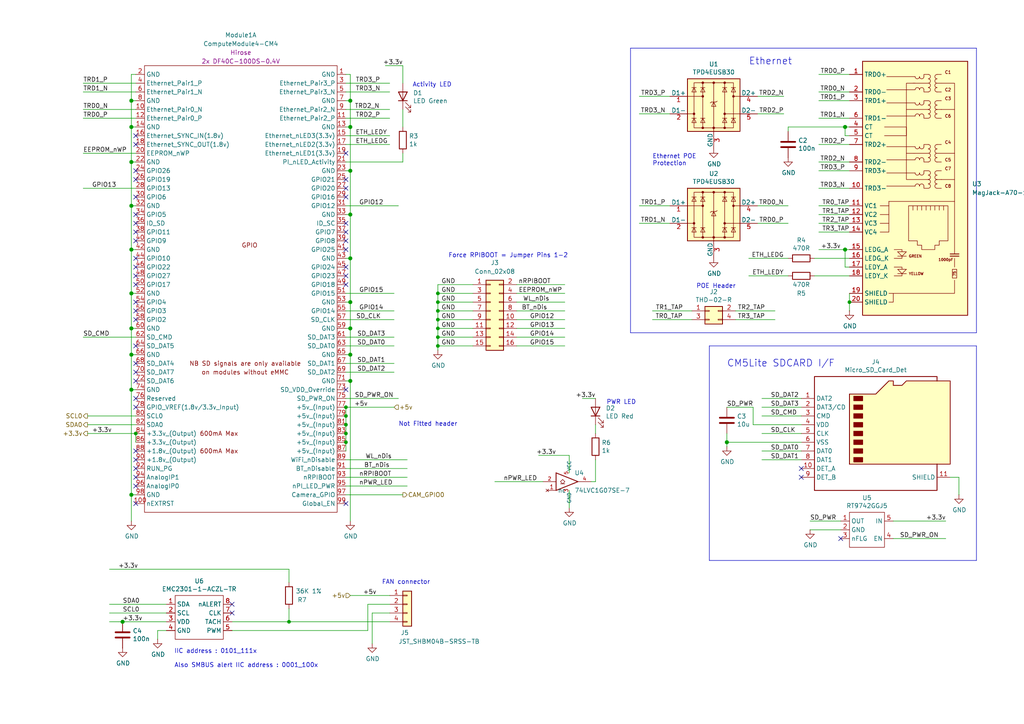
<source format=kicad_sch>
(kicad_sch (version 20231120) (generator "eeschema") (generator_version "8.0")
  (paper "A4")
  (title_block (title "BLADE CM4 CARRIER BOARD") (date "2025-01-20") (rev "0.2") (company "RapidAnalysis") (comment 1 "Author: Asad Imran"))
  (junction (at 101.6 36.83) (diameter 1.016))
  (junction (at 245.11 72.39) (diameter 1.016))
  (junction (at 101.6 29.21) (diameter 1.016))
  (junction (at 101.6 102.87) (diameter 1.016))
  (junction (at 38.1 113.03) (diameter 1.016))
  (junction (at 100.33 118.11))
  (junction (at 100.33 120.65))
  (junction (at 100.33 128.27))
  (junction (at 38.1 46.99) (diameter 1.016))
  (junction (at 38.1 72.39) (diameter 1.016))
  (junction (at 35.56 180.34) (diameter 1.016))
  (junction (at 100.33 125.73))
  (junction (at 38.1 143.51) (diameter 1.016))
  (junction (at 38.1 59.69) (diameter 1.016))
  (junction (at 101.6 62.23) (diameter 1.016))
  (junction (at 38.1 95.25) (diameter 1.016))
  (junction (at 39.37 125.73))
  (junction (at 101.6 95.25) (diameter 1.016))
  (junction (at 210.82 128.27) (diameter 1.016))
  (junction (at 246.38 87.63))
  (junction (at 101.6 87.63) (diameter 1.016))
  (junction (at 38.1 85.09) (diameter 1.016))
  (junction (at 38.1 36.83) (diameter 1.016))
  (junction (at 127 85.09))
  (junction (at 38.1 102.87) (diameter 1.016))
  (junction (at 38.1 29.21) (diameter 1.016))
  (junction (at 83.82 180.34))
  (junction (at 127 87.63))
  (junction (at 127 90.17))
  (junction (at 245.11 36.83) (diameter 1.016))
  (junction (at 127 97.79))
  (junction (at 101.6 110.49) (diameter 1.016))
  (junction (at 101.6 49.53) (diameter 1.016))
  (junction (at 127 95.25))
  (junction (at 127 92.71))
  (junction (at 101.6 74.93) (diameter 1.016))
  (junction (at 127 100.33))
  (junction (at 100.33 123.19))
  (no_connect (at 39.37 115.57))
  (no_connect (at 100.33 44.45))
  (no_connect (at 100.33 67.31))
  (no_connect (at 39.37 146.05))
  (no_connect (at 100.33 82.55))
  (no_connect (at 39.37 107.95))
  (no_connect (at 39.37 49.53))
  (no_connect (at 100.33 113.03))
  (no_connect (at 39.37 67.31))
  (no_connect (at 39.37 62.23))
  (no_connect (at 39.37 130.81))
  (no_connect (at 100.33 69.85))
  (no_connect (at 39.37 100.33))
  (no_connect (at 243.84 156.21))
  (no_connect (at 100.33 64.77))
  (no_connect (at 39.37 80.01))
  (no_connect (at 100.33 57.15))
  (no_connect (at 67.31 177.8))
  (no_connect (at 39.37 105.41))
  (no_connect (at 232.41 138.43))
  (no_connect (at 39.37 140.97))
  (no_connect (at 39.37 52.07))
  (no_connect (at 39.37 92.71))
  (no_connect (at 39.37 90.17))
  (no_connect (at 39.37 39.37))
  (no_connect (at 39.37 77.47))
  (no_connect (at 39.37 64.77))
  (no_connect (at 39.37 133.35))
  (no_connect (at 67.31 175.26))
  (no_connect (at 39.37 135.89))
  (no_connect (at 39.37 69.85))
  (no_connect (at 232.41 135.89))
  (no_connect (at 39.37 41.91))
  (no_connect (at 100.33 54.61))
  (no_connect (at 100.33 72.39))
  (no_connect (at 39.37 74.93))
  (no_connect (at 39.37 82.55))
  (no_connect (at 39.37 110.49))
  (no_connect (at 100.33 77.47))
  (no_connect (at 39.37 138.43))
  (no_connect (at 39.37 87.63))
  (no_connect (at 100.33 80.01))
  (no_connect (at 39.37 118.11))
  (no_connect (at 100.33 146.05))
  (no_connect (at 39.37 57.15))
  (no_connect (at 100.33 52.07))
  (wire (pts (xy 275.59 138.43) (xy 278.13 138.43)))
  (wire (pts (xy 101.6 110.49) (xy 101.6 151.13)))
  (wire (pts (xy 100.33 120.65) (xy 100.33 123.19)))
  (wire (pts (xy 114.3 105.41) (xy 100.33 105.41)))
  (wire (pts (xy 100.33 135.89) (xy 118.11 135.89)))
  (wire (pts (xy 149.86 87.63) (xy 163.83 87.63)))
  (wire (pts (xy 127 87.63) (xy 137.16 87.63)))
  (wire (pts (xy 100.33 102.87) (xy 101.6 102.87)))
  (wire (pts (xy 237.49 41.91) (xy 246.38 41.91)))
  (wire (pts (xy 24.13 44.45) (xy 39.37 44.45)))
  (wire (pts (xy 100.33 95.25) (xy 101.6 95.25)))
  (wire (pts (xy 101.6 102.87) (xy 101.6 110.49)))
  (wire (pts (xy 217.17 74.93) (xy 228.6 74.93)))
  (wire (pts (xy 39.37 128.27) (xy 39.37 125.73)))
  (wire (pts (xy 127 85.09) (xy 137.16 85.09)))
  (wire (pts (xy 100.33 118.11) (xy 114.3 118.11)))
  (wire (pts (xy 101.6 36.83) (xy 101.6 49.53)))
  (wire (pts (xy 149.86 85.09) (xy 163.83 85.09)))
  (wire (pts (xy 24.13 31.75) (xy 39.37 31.75)))
  (wire (pts (xy 100.33 29.21) (xy 101.6 29.21)))
  (wire (pts (xy 220.98 120.65) (xy 232.41 120.65)))
  (wire (pts (xy 127 82.55) (xy 137.16 82.55)))
  (wire (pts (xy 127 97.79) (xy 137.16 97.79)))
  (wire (pts (xy 149.86 97.79) (xy 163.83 97.79)))
  (wire (pts (xy 67.31 180.34) (xy 83.82 180.34)))
  (wire (pts (xy 100.33 34.29) (xy 113.03 34.29)))
  (wire (pts (xy 39.37 36.83) (xy 38.1 36.83)))
  (wire (pts (xy 100.33 31.75) (xy 113.03 31.75)))
  (wire (pts (xy 237.49 59.69) (xy 246.38 59.69)))
  (wire (pts (xy 100.33 125.73) (xy 100.33 128.27)))
  (wire (pts (xy 100.33 87.63) (xy 101.6 87.63)))
  (wire (pts (xy 39.37 21.59) (xy 38.1 21.59)))
  (wire (pts (xy 101.6 21.59) (xy 101.6 29.21)))
  (wire (pts (xy 236.22 80.01) (xy 246.38 80.01)))
  (wire (pts (xy 101.6 29.21) (xy 101.6 36.83)))
  (wire (pts (xy 38.1 143.51) (xy 38.1 151.13)))
  (wire (pts (xy 219.71 33.02) (xy 227.33 33.02)))
  (wire (pts (xy 107.95 177.8) (xy 113.03 177.8)))
  (wire (pts (xy 165.1 142.24) (xy 165.1 147.32)))
  (wire (pts (xy 83.82 180.34) (xy 113.03 180.34)))
  (wire (pts (xy 165.1 137.16) (xy 165.1 132.08)))
  (wire (pts (xy 100.33 143.51) (xy 116.84 143.51)))
  (wire (pts (xy 101.6 95.25) (xy 101.6 102.87)))
  (wire (pts (xy 38.1 72.39) (xy 38.1 85.09)))
  (wire (pts (xy 213.36 92.71) (xy 224.79 92.71)))
  (wire (pts (xy 210.82 128.27) (xy 232.41 128.27)))
  (wire (pts (xy 101.6 49.53) (xy 101.6 62.23)))
  (polyline (pts (xy 182.88 13.97) (xy 283.21 13.97)) (stroke (width 0) (type solid)))
  (wire (pts (xy 100.33 140.97) (xy 118.11 140.97)))
  (wire (pts (xy 39.37 29.21) (xy 38.1 29.21)))
  (wire (pts (xy 127 92.71) (xy 137.16 92.71)))
  (wire (pts (xy 213.36 90.17) (xy 224.79 90.17)))
  (wire (pts (xy 189.23 90.17) (xy 200.66 90.17)))
  (wire (pts (xy 100.33 118.11) (xy 100.33 120.65)))
  (wire (pts (xy 100.33 90.17) (xy 114.3 90.17)))
  (wire (pts (xy 149.86 82.55) (xy 163.83 82.55)))
  (wire (pts (xy 243.84 153.67) (xy 234.95 153.67)))
  (wire (pts (xy 246.38 36.83) (xy 245.11 36.83)))
  (wire (pts (xy 194.31 64.77) (xy 185.42 64.77)))
  (wire (pts (xy 100.33 41.91) (xy 113.03 41.91)))
  (wire (pts (xy 127 90.17) (xy 127 92.71)))
  (wire (pts (xy 100.33 115.57) (xy 115.57 115.57)))
  (wire (pts (xy 246.38 87.63) (xy 246.38 90.17)))
  (wire (pts (xy 24.13 26.67) (xy 39.37 26.67)))
  (wire (pts (xy 217.17 80.01) (xy 228.6 80.01)))
  (wire (pts (xy 243.84 151.13) (xy 234.95 151.13)))
  (wire (pts (xy 246.38 85.09) (xy 246.38 87.63)))
  (wire (pts (xy 237.49 26.67) (xy 246.38 26.67)))
  (wire (pts (xy 100.33 74.93) (xy 101.6 74.93)))
  (wire (pts (xy 100.33 39.37) (xy 113.03 39.37)))
  (wire (pts (xy 48.26 175.26) (xy 31.75 175.26)))
  (wire (pts (xy 210.82 125.73) (xy 210.82 128.27)))
  (wire (pts (xy 127 100.33) (xy 137.16 100.33)))
  (polyline (pts (xy 283.21 162.56) (xy 205.74 162.56)) (stroke (width 0) (type solid)))
  (wire (pts (xy 48.26 177.8) (xy 31.75 177.8)))
  (wire (pts (xy 100.33 138.43) (xy 118.11 138.43)))
  (wire (pts (xy 38.1 95.25) (xy 39.37 95.25)))
  (wire (pts (xy 218.44 123.19) (xy 218.44 118.11)))
  (wire (pts (xy 38.1 102.87) (xy 38.1 113.03)))
  (wire (pts (xy 38.1 85.09) (xy 38.1 95.25)))
  (wire (pts (xy 116.84 19.05) (xy 116.84 24.13)))
  (wire (pts (xy 100.33 128.27) (xy 100.33 130.81)))
  (wire (pts (xy 35.56 180.34) (xy 31.75 180.34)))
  (wire (pts (xy 48.26 180.34) (xy 35.56 180.34)))
  (wire (pts (xy 237.49 64.77) (xy 246.38 64.77)))
  (wire (pts (xy 116.84 31.75) (xy 116.84 36.83)))
  (wire (pts (xy 236.22 74.93) (xy 246.38 74.93)))
  (wire (pts (xy 237.49 29.21) (xy 246.38 29.21)))
  (wire (pts (xy 149.86 100.33) (xy 163.83 100.33)))
  (wire (pts (xy 278.13 138.43) (xy 278.13 143.51)))
  (wire (pts (xy 38.1 59.69) (xy 38.1 72.39)))
  (wire (pts (xy 127 90.17) (xy 137.16 90.17)))
  (wire (pts (xy 38.1 113.03) (xy 39.37 113.03)))
  (wire (pts (xy 38.1 72.39) (xy 39.37 72.39)))
  (wire (pts (xy 45.72 182.88) (xy 45.72 185.42)))
  (wire (pts (xy 24.13 97.79) (xy 39.37 97.79)))
  (wire (pts (xy 237.49 49.53) (xy 246.38 49.53)))
  (wire (pts (xy 24.13 24.13) (xy 39.37 24.13)))
  (polyline (pts (xy 283.21 100.33) (xy 283.21 162.56)) (stroke (width 0) (type solid)))
  (wire (pts (xy 100.33 62.23) (xy 101.6 62.23)))
  (wire (pts (xy 100.33 24.13) (xy 113.03 24.13)))
  (wire (pts (xy 100.33 36.83) (xy 101.6 36.83)))
  (wire (pts (xy 149.86 95.25) (xy 163.83 95.25)))
  (wire (pts (xy 38.1 95.25) (xy 38.1 102.87)))
  (wire (pts (xy 172.72 133.35) (xy 172.72 139.7)))
  (wire (pts (xy 39.37 143.51) (xy 38.1 143.51)))
  (wire (pts (xy 185.42 59.69) (xy 194.31 59.69)))
  (wire (pts (xy 245.11 39.37) (xy 245.11 36.83)))
  (wire (pts (xy 220.98 130.81) (xy 232.41 130.81)))
  (wire (pts (xy 25.4 123.19) (xy 39.37 123.19)))
  (wire (pts (xy 38.1 113.03) (xy 38.1 143.51)))
  (wire (pts (xy 165.1 132.08) (xy 156.21 132.08)))
  (wire (pts (xy 100.33 100.33) (xy 114.3 100.33)))
  (wire (pts (xy 237.49 72.39) (xy 245.11 72.39)))
  (wire (pts (xy 172.72 123.19) (xy 172.72 125.73)))
  (wire (pts (xy 228.6 36.83) (xy 245.11 36.83)))
  (wire (pts (xy 220.98 115.57) (xy 232.41 115.57)))
  (wire (pts (xy 259.08 151.13) (xy 274.32 151.13)))
  (wire (pts (xy 101.6 87.63) (xy 101.6 95.25)))
  (wire (pts (xy 67.31 182.88) (xy 106.68 182.88)))
  (wire (pts (xy 245.11 77.47) (xy 245.11 72.39)))
  (wire (pts (xy 237.49 21.59) (xy 246.38 21.59)))
  (wire (pts (xy 116.84 46.99) (xy 116.84 44.45)))
  (wire (pts (xy 100.33 133.35) (xy 118.11 133.35)))
  (wire (pts (xy 127 87.63) (xy 127 90.17)))
  (polyline (pts (xy 283.21 96.52) (xy 182.88 96.52)) (stroke (width 0) (type solid)))
  (wire (pts (xy 219.71 27.94) (xy 227.33 27.94)))
  (wire (pts (xy 127 92.71) (xy 127 95.25)))
  (polyline (pts (xy 182.88 96.52) (xy 182.88 13.97)) (stroke (width 0) (type solid)))
  (wire (pts (xy 100.33 107.95) (xy 114.3 107.95)))
  (polyline (pts (xy 205.74 162.56) (xy 205.74 100.33)) (stroke (width 0) (type solid)))
  (wire (pts (xy 48.26 182.88) (xy 45.72 182.88)))
  (wire (pts (xy 127 100.33) (xy 127 101.6)))
  (wire (pts (xy 24.13 34.29) (xy 39.37 34.29)))
  (wire (pts (xy 185.42 27.94) (xy 194.31 27.94)))
  (wire (pts (xy 25.4 125.73) (xy 39.37 125.73)))
  (wire (pts (xy 245.11 72.39) (xy 246.38 72.39)))
  (wire (pts (xy 114.3 97.79) (xy 100.33 97.79)))
  (polyline (pts (xy 205.74 100.33) (xy 283.21 100.33)) (stroke (width 0) (type solid)))
  (polyline (pts (xy 283.21 13.97) (xy 283.21 96.52)) (stroke (width 0) (type solid)))
  (wire (pts (xy 127 95.25) (xy 137.16 95.25)))
  (wire (pts (xy 172.72 139.7) (xy 171.45 139.7)))
  (wire (pts (xy 25.4 120.65) (xy 39.37 120.65)))
  (wire (pts (xy 38.1 36.83) (xy 38.1 46.99)))
  (wire (pts (xy 100.33 46.99) (xy 116.84 46.99)))
  (wire (pts (xy 185.42 33.02) (xy 194.31 33.02)))
  (wire (pts (xy 237.49 67.31) (xy 246.38 67.31)))
  (wire (pts (xy 24.13 54.61) (xy 39.37 54.61)))
  (wire (pts (xy 219.71 59.69) (xy 228.6 59.69)))
  (wire (pts (xy 172.72 115.57) (xy 168.91 115.57)))
  (wire (pts (xy 127 97.79) (xy 127 100.33)))
  (wire (pts (xy 38.1 29.21) (xy 38.1 36.83)))
  (wire (pts (xy 100.33 21.59) (xy 101.6 21.59)))
  (wire (pts (xy 237.49 34.29) (xy 246.38 34.29)))
  (wire (pts (xy 100.33 110.49) (xy 101.6 110.49)))
  (wire (pts (xy 246.38 77.47) (xy 245.11 77.47)))
  (wire (pts (xy 143.51 139.7) (xy 157.48 139.7)))
  (wire (pts (xy 127 85.09) (xy 127 87.63)))
  (wire (pts (xy 127 82.55) (xy 127 85.09)))
  (wire (pts (xy 111.76 19.05) (xy 116.84 19.05)))
  (wire (pts (xy 101.6 172.72) (xy 113.03 172.72)))
  (wire (pts (xy 210.82 128.27) (xy 210.82 129.54)))
  (wire (pts (xy 100.33 49.53) (xy 101.6 49.53)))
  (wire (pts (xy 100.33 26.67) (xy 113.03 26.67)))
  (wire (pts (xy 232.41 123.19) (xy 218.44 123.19)))
  (wire (pts (xy 237.49 46.99) (xy 246.38 46.99)))
  (wire (pts (xy 237.49 62.23) (xy 246.38 62.23)))
  (wire (pts (xy 219.71 64.77) (xy 228.6 64.77)))
  (wire (pts (xy 259.08 156.21) (xy 274.32 156.21)))
  (wire (pts (xy 189.23 92.71) (xy 200.66 92.71)))
  (wire (pts (xy 101.6 74.93) (xy 101.6 87.63)))
  (wire (pts (xy 83.82 165.1) (xy 83.82 168.91)))
  (wire (pts (xy 100.33 85.09) (xy 114.3 85.09)))
  (wire (pts (xy 228.6 38.1) (xy 228.6 36.83)))
  (wire (pts (xy 83.82 180.34) (xy 83.82 176.53)))
  (wire (pts (xy 232.41 118.11) (xy 220.98 118.11)))
  (wire (pts (xy 149.86 92.71) (xy 163.83 92.71)))
  (wire (pts (xy 38.1 46.99) (xy 39.37 46.99)))
  (wire (pts (xy 114.3 92.71) (xy 100.33 92.71)))
  (wire (pts (xy 106.68 175.26) (xy 113.03 175.26)))
  (wire (pts (xy 237.49 54.61) (xy 246.38 54.61)))
  (wire (pts (xy 38.1 21.59) (xy 38.1 29.21)))
  (wire (pts (xy 38.1 85.09) (xy 39.37 85.09)))
  (wire (pts (xy 31.75 165.1) (xy 83.82 165.1)))
  (wire (pts (xy 100.33 59.69) (xy 115.57 59.69)))
  (wire (pts (xy 38.1 102.87) (xy 39.37 102.87)))
  (wire (pts (xy 38.1 59.69) (xy 39.37 59.69)))
  (wire (pts (xy 210.82 118.11) (xy 218.44 118.11)))
  (wire (pts (xy 246.38 39.37) (xy 245.11 39.37)))
  (wire (pts (xy 232.41 125.73) (xy 220.98 125.73)))
  (wire (pts (xy 232.41 133.35) (xy 220.98 133.35)))
  (wire (pts (xy 100.33 123.19) (xy 100.33 125.73)))
  (wire (pts (xy 127 95.25) (xy 127 97.79)))
  (wire (pts (xy 101.6 62.23) (xy 101.6 74.93)))
  (wire (pts (xy 38.1 46.99) (xy 38.1 59.69)))
  (wire (pts (xy 106.68 175.26) (xy 106.68 182.88)))
  (wire (pts (xy 107.95 186.69) (xy 107.95 177.8)))
  (wire (pts (xy 149.86 90.17) (xy 163.83 90.17)))
  (text "FAN connector\n" (at 110.744 169.672 0) (effects (font (size 1.27 1.27)) (justify left bottom)))
  (text "Activity LED" (at 119.634 25.4 0) (effects (font (size 1.27 1.27)) (justify left bottom)))
  (text "Ethernet POE\nProtection" (at 189.23 48.26 0) (effects (font (size 1.27 1.27)) (justify left bottom)))
  (text "IIC address : 0101_111x" (at 50.5206 189.7126 0) (effects (font (size 1.27 1.27)) (justify left bottom)))
  (text "Also SMBUS alert IIC address : 0001_100x" (at 50.546 193.802 0) (effects (font (size 1.27 1.27)) (justify left bottom)))
  (text "Not Fitted header" (at 132.715 123.825 0) (effects (font (size 1.27 1.27)) (justify right bottom)))
  (text "POE Header" (at 201.93 83.82 0) (effects (font (size 1.27 1.27)) (justify left bottom)))
  (text "Force RPIBOOT = Jumper Pins 1-2 \n" (at 165.735 74.93 0) (effects (font (size 1.27 1.27)) (justify right bottom)))
  (text "PWR LED" (at 175.895 117.475 0) (effects (font (size 1.27 1.27)) (justify left bottom)))
  (text "Ethernet" (at 217.17 19.05 0) (effects (font (size 2.0066 2.0066)) (justify left bottom)))
  (text "CM5Lite SDCARD I/F" (at 210.82 106.68 0) (effects (font (size 2.007 2.007)) (justify left bottom)))
  (label "GPIO12" (at 153.67 92.71 0))
  (label "TRD3_N" (at 103.124 26.67 0))
  (label "TRD3_N" (at 245.11 54.61 180))
  (label "ETH_LEDG" (at 103.124 41.91 0))
  (label "TRD1_N" (at 193.04 64.77 180))
  (label "TRD3_P" (at 103.124 24.13 0))
  (label "WL_nDis" (at 159.385 87.63 180))
  (label "TRD0_P" (at 227.33 64.77 180))
  (label "GPIO15" (at 104.14 85.09 0))
  (label "TRD3_P" (at 193.04 27.94 180))
  (label "SD_DAT2" (at 223.52 115.57 0))
  (label "TRD1_P" (at 193.04 59.69 180))
  (label "GND" (at 132.08 100.33 180))
  (label "BT_nDis" (at 113.03 135.89 180))
  (label "SD_PWR_ON" (at 260.985 156.21 0))
  (label "ETH_LEDY" (at 103.124 39.37 0))
  (label "TR1_TAP" (at 198.12 90.17 180))
  (label "SD_PWR_ON" (at 102.87 115.57 0))
  (label "TRD1_P" (at 24.13 24.13 0))
  (label "TRD1_P" (at 245.11 29.21 180))
  (label "GPIO12" (at 104.14 59.69 0))
  (label "WL_nDis" (at 113.665 133.35 180))
  (label "+3.3v" (at 274.32 151.13 180))
  (label "+3.3v" (at 116.84 19.05 180))
  (label "SD_CLK" (at 110.49 92.71 180))
  (label "GND" (at 132.08 95.25 180))
  (label "EEPROM_nWP" (at 24.13 44.45 0))
  (label "SD_PWR" (at 210.82 118.11 0))
  (label "GPIO13" (at 153.67 95.25 0))
  (label "TR0_TAP" (at 198.0184 92.71 180))
  (label "SD_DAT0" (at 223.52 130.81 0))
  (label "GPIO14" (at 104.14 90.17 0))
  (label "TRD0_N" (at 24.13 31.75 0))
  (label "TRD3_P" (at 245.11 49.53 180))
  (label "ETH_LEDY" (at 227.33 80.01 180))
  (label "TRD0_N" (at 227.33 59.69 180))
  (label "TRD2_N" (at 227.33 27.94 180))
  (label "ETH_LEDG" (at 227.33 74.93 180))
  (label "TRD0_N" (at 245.11 26.67 180))
  (label "TR2_TAP" (at 246.38 64.77 180))
  (label "+3.3v" (at 34.29 165.1 0))
  (label "SD_DAT3" (at 223.52 118.11 0))
  (label "TR2_TAP" (at 221.9198 90.17 180))
  (label "GND" (at 132.08 82.55 180))
  (label "+3.3v" (at 26.67 125.73 0))
  (label "SD_CMD" (at 223.52 120.65 0))
  (label "SD_DAT2" (at 111.76 107.95 180))
  (label "nPWR_LED" (at 146.05 139.7 0))
  (label "SD_PWR" (at 234.95 151.13 0))
  (label "SD_DAT1" (at 223.52 133.35 0))
  (label "TRD0_P" (at 245.11 21.59 180))
  (label "TRD2_N" (at 102.87 31.75 0))
  (label "nPWR_LED" (at 104.14 140.97 0))
  (label "TR3_TAP" (at 221.8944 92.71 180))
  (label "TRD0_P" (at 24.13 34.29 0))
  (label "SD_DAT1" (at 111.76 105.41 180))
  (label "nRPIBOOT" (at 159.766 82.55 180))
  (label "GND" (at 132.08 90.17 180))
  (label "GND" (at 132.08 97.79 180))
  (label "+5v" (at 109.22 172.72 180))
  (label "GPIO15" (at 153.67 100.33 0))
  (label "+3.3v" (at 161.29 132.08 180))
  (label "SD_DAT0" (at 111.76 100.33 180))
  (label "nRPIBOOT" (at 104.14 138.43 0))
  (label "EEPROM_nWP" (at 163.068 85.09 180))
  (label "TRD1_N" (at 24.13 26.67 0))
  (label "GND" (at 132.08 87.63 180))
  (label "TRD3_N" (at 193.04 33.02 180))
  (label "TR1_TAP" (at 246.38 62.23 180))
  (label "GPIO13" (at 26.67 54.61 0))
  (label "TRD2_P" (at 245.11 41.91 180))
  (label "TRD2_N" (at 245.11 46.99 180))
  (label "TR0_TAP" (at 246.38 59.69 180))
  (label "+5v" (at 106.68 118.11 180))
  (label "SD_CMD" (at 24.13 97.79 0))
  (label "+3.3v" (at 35.56 180.34 0))
  (label "SCL0" (at 35.56 177.8 0))
  (label "SDA0" (at 35.56 175.26 0))
  (label "TRD1_N" (at 245.11 34.29 180))
  (label "+3.3v" (at 172.72 115.57 180))
  (label "BT_nDis" (at 158.75 90.17 180))
  (label "TRD2_P" (at 103.124 34.29 0))
  (label "GND" (at 132.08 85.09 180))
  (label "SD_DAT3" (at 111.76 97.79 180))
  (label "TR3_TAP" (at 246.38 67.31 180))
  (label "SD_CLK" (at 223.52 125.73 0))
  (label "GND" (at 132.08 92.71 180))
  (label "+3.3v" (at 243.84 72.39 180))
  (label "GPIO14" (at 153.67 97.79 0))
  (label "TRD2_P" (at 227.33 33.02 180))
  (hierarchical_label "SDA0" (shape output) (at 25.4 123.19 180))
  (hierarchical_label "+3.3v" (shape output) (at 25.4 125.73 180))
  (hierarchical_label "SCL0" (shape output) (at 25.4 120.65 180))
  (hierarchical_label "CAM_GPIO0" (shape output) (at 116.84 143.51 0))
  (hierarchical_label "+5v" (shape input) (at 114.3 118.11 0))
  (hierarchical_label "+5v" (shape input) (at 101.6 172.72 180))
  (symbol (lib_id "Blade:74LVC1G07_copy") (at 165.1 139.7 0) (unit 1)
    (property "Reference" "U4" (at 166.624 137.16 0) (effects (justify left)))
    (property "Value" "74LVC1G07SE-7" (at 166.624 142.24 0) (effects (justify left)))
    (property "Footprint" "Blade:SOT-353_SC-70-5" (effects (hide yes)))
    (property "Datasheet" "http://www.ti.com/lit/sg/scyt129e/scyt129e.pdf" (effects (hide yes)))
    (property "Description" "Single Buffer Gate w/ Open Drain, Low-Voltage CMOS" (effects (hide yes)))
    (property "Field4" "Farnell" (effects (hide yes)))
    (property "Field5" "2425492" (effects (hide yes)))
    (property "Field6" "74LVC1G07SE-7" (effects (hide yes)))
    (property "Field7" "Diodes" (effects (hide yes)))
    (property "Part Description" "Buffer, Non-Inverting 1 Element 1 Bit per Element Open Drain Output SOT-353" (effects (hide yes)))
  )
  (symbol (lib_id "Blade:RT9742GGJ5") (at 252.73 161.29 0) (unit 1)
    (property "Reference" "U5" (at 251.46 144.399 0))
    (property "Value" "RT9742GGJ5" (at 251.46 146.7104 0))
    (property "Footprint" "Blade:SOT-23-5" (effects (hide yes)))
    (property "Datasheet" "https://www.richtek.com/assets/product_file/RT9742/DS9742-00.pdf" (effects (hide yes)))
    (property "Description" "1A load switch" (effects (hide yes)))
    (property "Field4" "Farnell" (effects (hide yes)))
    (property "Field5" "	2545875" (effects (hide yes)))
    (property "Field6" "RT9742GGJ5" (effects (hide yes)))
    (property "Field7" "RichTek" (effects (hide yes)))
    (property "Field8" "USWI00166" (effects (hide yes)))
    (property "Part Description" "	Power Switch/Driver 1:1 N-Channel 1A TSOT-23-5" (effects (hide yes)))
  )
  (symbol (lib_id "power:GND") (at 234.95 153.67 0) (unit 1)
    (property "Reference" "#PWR015" (effects (hide yes)))
    (property "Value" "GND" (at 235.077 158.0642 0))
    (property "Description" "Power symbol creates a global label with name \"GND\" , ground" (effects (hide yes)))
  )
  (symbol (lib_id "Blade:C") (at 228.6 41.91 0) (unit 1)
    (property "Reference" "C2" (at 231.521 40.7416 0) (effects (justify left)))
    (property "Value" "100n" (at 231.521 43.053 0) (effects (justify left)))
    (property "Footprint" "Blade:C_0402_1005Metric" (effects (hide yes)))
    (property "Description" "Unpolarized capacitor" (effects (hide yes)))
    (property "Field4" "Farnell" (effects (hide yes)))
    (property "Field5" "2611911" (effects (hide yes)))
    (property "Field6" "RM EMK105 B7104KV-F" (effects (hide yes)))
    (property "Field7" "TAIYO YUDEN EUROPE GMBH" (effects (hide yes)))
    (property "Part Description" "	0.1uF 10% 16V Ceramic Capacitor X7R 0402 (1005 Metric)" (effects (hide yes)))
    (property "Field8" "110091611" (effects (hide yes)))
  )
  (symbol (lib_id "power:GND") (at 228.6 45.72 0) (unit 1)
    (property "Reference" "#PWR06" (effects (hide yes)))
    (property "Value" "GND" (at 228.727 50.1142 0))
    (property "Description" "Power symbol creates a global label with name \"GND\" , ground" (effects (hide yes)))
  )
  (symbol (lib_id "Blade:Conn_02x02_Odd_Even") (at 205.74 90.17 0) (unit 1)
    (property "Reference" "J2" (at 207.01 84.6582 0))
    (property "Value" "THD-02-R" (at 207.01 86.9696 0))
    (property "Footprint" "Blade:PinHeader_2x02_P2.54mm_Vertical" (effects (hide yes)))
    (property "Description" "Generic connector, double row, 02x02, odd/even pin numbering scheme (row 1 odd numbers, row 2 even numbers), script generated (kicad-library-utils/schlib/autogen/connector/)" (effects (hide yes)))
    (property "Field4" "Toby" (effects (hide yes)))
    (property "Field5" "THD-02-R" (effects (hide yes)))
    (property "Field6" "151-604-425-761" (effects (hide yes)))
    (property "Field7" "EDAC" (effects (hide yes)))
    (property "Field8" "UCON00791" (effects (hide yes)))
    (property "Part Description" "PinHeader_2x02_P2.54mm_Vertical" (effects (hide yes)))
  )
  (symbol (lib_id "Blade:C") (at 210.82 121.92 0) (unit 1)
    (property "Reference" "C3" (at 213.741 120.7516 0) (effects (justify left)))
    (property "Value" "10u" (at 213.741 123.063 0) (effects (justify left)))
    (property "Footprint" "Blade:C_0805_2012Metric" (effects (hide yes)))
    (property "Description" "Unpolarized capacitor" (effects (hide yes)))
    (property "Field5" "490-14381-1-ND" (effects (hide yes)))
    (property "Field4" "Digikey" (effects (hide yes)))
    (property "Field6" "GRM21BR71A106KA73L" (effects (hide yes)))
    (property "Field7" "Murata" (effects (hide yes)))
    (property "Part Description" "	10uF 10% 10V Ceramic Capacitor X7R 0805 (2012 Metric)" (effects (hide yes)))
    (property "Field8" "111893011" (effects (hide yes)))
  )
  (symbol (lib_id "Blade:R") (at 232.41 74.93 270) (unit 1)
    (property "Reference" "R4" (at 232.41 69.6722 90))
    (property "Value" "470R" (at 232.41 71.9836 90))
    (property "Footprint" "Blade:R_0402_1005Metric" (effects (hide yes)))
    (property "Description" "Resistor" (effects (hide yes)))
    (property "Field4" "Farnell" (effects (hide yes)))
    (property "Field5" "9239197" (effects (hide yes)))
    (property "Field7" "KOA EUROPE GMBH" (effects (hide yes)))
    (property "Field6" "RK73G1ETQTP4700D         " (effects (hide yes)))
    (property "Field8" "120887981" (effects (hide yes)))
    (property "Part Description" "Resistor 470R M1005 1% 63mW" (effects (hide yes)))
  )
  (symbol (lib_id "Blade:R") (at 232.41 80.01 270) (unit 1)
    (property "Reference" "R5" (at 232.41 85.09 90))
    (property "Value" "470R" (at 232.41 82.55 90))
    (property "Footprint" "Blade:R_0402_1005Metric" (effects (hide yes)))
    (property "Description" "Resistor" (effects (hide yes)))
    (property "Field4" "Farnell" (effects (hide yes)))
    (property "Field5" "9239197" (effects (hide yes)))
    (property "Field7" "KOA EUROPE GMBH" (effects (hide yes)))
    (property "Field6" "RK73G1ETQTP4700D         " (effects (hide yes)))
    (property "Field8" "120887981" (effects (hide yes)))
    (property "Part Description" "Resistor 470R M1005 1% 63mW" (effects (hide yes)))
  )
  (symbol (lib_id "power:GND") (at 38.1 151.13 0) (unit 1)
    (property "Reference" "#PWR013" (effects (hide yes)))
    (property "Value" "GND" (at 38.227 155.5242 0))
    (property "Description" "Power symbol creates a global label with name \"GND\" , ground" (effects (hide yes)))
  )
  (symbol (lib_id "power:GND") (at 101.6 151.13 0) (unit 1)
    (property "Reference" "#PWR014" (effects (hide yes)))
    (property "Value" "GND" (at 101.727 155.5242 0))
    (property "Description" "Power symbol creates a global label with name \"GND\" , ground" (effects (hide yes)))
  )
  (symbol (lib_id "Blade:LED") (at 116.84 27.94 90) (unit 1)
    (property "Reference" "D1" (at 119.8118 26.9494 90) (effects (justify right)))
    (property "Value" "LED Green" (at 119.8118 29.2608 90) (effects (justify right)))
    (property "Footprint" "Blade:LED_0603_1608Metric" (effects (hide yes)))
    (property "Description" "Light emitting diode" (effects (hide yes)))
    (property "Field4" "Digikey " (effects (hide yes)))
    (property "Field5" "LTST-S270KGKT" (effects (hide yes)))
    (property "Field6" "SML-A12M8TT86N" (effects (hide yes)))
    (property "Field7" "Rohm" (effects (hide yes)))
    (property "Field8" "650263301" (effects (hide yes)))
    (property "Part Description" "	Green 572nm LED Indication - Discrete 2.2V 2-SMD, No Lead" (effects (hide yes)))
  )
  (symbol (lib_id "Blade:R") (at 116.84 40.64 0) (unit 1)
    (property "Reference" "R3" (at 118.618 39.4716 0) (effects (justify left)))
    (property "Value" "1k" (at 118.618 41.783 0) (effects (justify left)))
    (property "Footprint" "Blade:R_0402_1005Metric" (effects (hide yes)))
    (property "Description" "Resistor" (effects (hide yes)))
    (property "Field4" "Farnell" (effects (hide yes)))
    (property "Field5" "9239235" (effects (hide yes)))
    (property "Field7" "KOA EUROPE GMBH" (effects (hide yes)))
    (property "Field6" "RK73H1ETTP1001F" (effects (hide yes)))
    (property "Part Description" "Resistor 1K M1005 1% 63mW" (effects (hide yes)))
    (property "Field8" "125049511" (effects (hide yes)))
  )
  (symbol (lib_id "power:GND") (at 165.1 147.32 0) (unit 1)
    (property "Reference" "#PWR012" (effects (hide yes)))
    (property "Value" "GND" (at 165.227 151.7142 0))
    (property "Description" "Power symbol creates a global label with name \"GND\" , ground" (effects (hide yes)))
  )
  (symbol (lib_id "Blade:LED") (at 172.72 119.38 90) (unit 1)
    (property "Reference" "D2" (at 175.6918 118.3894 90) (effects (justify right)))
    (property "Value" "LED Red" (at 175.6918 120.7008 90) (effects (justify right)))
    (property "Footprint" "Blade:LED_0603_1608Metric" (effects (hide yes)))
    (property "Description" "Light emitting diode" (effects (hide yes)))
    (property "Field4" "Digikey " (effects (hide yes)))
    (property "Field5" "	LTST-S270KRKT" (effects (hide yes)))
    (property "Field6" "SML-A12U8TT86Q" (effects (hide yes)))
    (property "Field7" "Rohm" (effects (hide yes)))
    (property "Field8" "650295101" (effects (hide yes)))
    (property "Part Description" "	Red 620nm LED Indication - Discrete 2.2V 2-SMD, No Lead" (effects (hide yes)))
  )
  (symbol (lib_id "Blade:R") (at 172.72 129.54 0) (unit 1)
    (property "Reference" "R6" (at 174.498 128.3716 0) (effects (justify left)))
    (property "Value" "1k" (at 174.498 130.683 0) (effects (justify left)))
    (property "Footprint" "Blade:R_0402_1005Metric" (effects (hide yes)))
    (property "Description" "Resistor" (effects (hide yes)))
    (property "Field4" "Farnell" (effects (hide yes)))
    (property "Field5" "9239235" (effects (hide yes)))
    (property "Field7" "KOA EUROPE GMBH" (effects (hide yes)))
    (property "Field6" "RK73H1ETTP1001F" (effects (hide yes)))
    (property "Part Description" "Resistor 1K M1005 1% 63mW" (effects (hide yes)))
    (property "Field8" "125049511" (effects (hide yes)))
  )
  (symbol (lib_id "Blade:TPD4EUSB30") (at 207.01 62.23 0) (unit 1)
    (property "Reference" "U2" (at 207.01 50.3682 0))
    (property "Value" "TPD4EUSB30" (at 207.01 52.6796 0))
    (property "Footprint" "Blade:USON-10_2.5x1.0mm_P0.5mm" (effects (hide yes)))
    (property "Datasheet" "http://www.ti.com/lit/ds/symlink/tpd2eusb30a.pdf" (effects (hide yes)))
    (property "Description" "4-Channel ESD Protection for Super-Speed USB 3.0 Interface, USON-10" (effects (hide yes)))
    (property "Field4" "Farnell" (effects (hide yes)))
    (property "Field5" "2335455" (effects (hide yes)))
    (property "Field6" "CDDFN10-3324P-13" (effects (hide yes)))
    (property "Field7" "Bourns" (effects (hide yes)))
    (property "Field8" "UDIO00346" (effects (hide yes)))
    (property "Part Description" "Quad TVS diode for high speed signals (USB3, GigE etc.)" (effects (hide yes)))
  )
  (symbol (lib_id "Blade:Micro_SD_Card_Det2") (at 255.27 125.73 0) (unit 1)
    (property "Reference" "J4" (at 254 104.9782 0))
    (property "Value" "Micro_SD_Card_Det" (at 254 107.2896 0))
    (property "Footprint" "Blade:SDCARD_MOLEX_503398-1892" (effects (hide yes)))
    (property "Datasheet" "https://www.hirose.com/en/product/document?clcode=&productname=&series=DM3&documenttype=Catalog&lang=en&documentid=D49662_en" (effects (hide yes)))
    (property "Description" "Micro SD Card Socket with two card detection pins" (effects (hide yes)))
    (property "Field4" "Farnell" (effects (hide yes)))
    (property "Field5" "2358234" (effects (hide yes)))
    (property "Field6" "503398-1892" (effects (hide yes)))
    (property "Field7" "Molex" (effects (hide yes)))
    (property "Part Description" "9 (8 + 1) Position Card Connector microSD™ Surface Mount, Right Angle Gold" (effects (hide yes)))
    (property "Field8" "UCON00512" (effects (hide yes)))
  )
  (symbol (lib_id "power:GND") (at 210.82 129.54 0) (unit 1)
    (property "Reference" "#PWR010" (effects (hide yes)))
    (property "Value" "GND" (at 210.947 133.9342 0))
    (property "Description" "Power symbol creates a global label with name \"GND\" , ground" (effects (hide yes)))
  )
  (symbol (lib_id "power:GND") (at 278.13 143.51 0) (unit 1)
    (property "Reference" "#PWR011" (effects (hide yes)))
    (property "Value" "GND" (at 278.257 147.9042 0))
    (property "Description" "Power symbol creates a global label with name \"GND\" , ground" (effects (hide yes)))
  )
  (symbol (lib_id "Blade:TPD4EUSB30") (at 207.01 30.48 0) (unit 1)
    (property "Reference" "U1" (at 207.01 18.6182 0))
    (property "Value" "TPD4EUSB30" (at 207.01 20.9296 0))
    (property "Footprint" "Blade:USON-10_2.5x1.0mm_P0.5mm" (effects (hide yes)))
    (property "Datasheet" "http://www.ti.com/lit/ds/symlink/tpd2eusb30a.pdf" (effects (hide yes)))
    (property "Description" "4-Channel ESD Protection for Super-Speed USB 3.0 Interface, USON-10" (effects (hide yes)))
    (property "Field4" "Farnell" (effects (hide yes)))
    (property "Field5" "2335455" (effects (hide yes)))
    (property "Field6" "CDDFN10-3324P-13" (effects (hide yes)))
    (property "Field7" "Bourns" (effects (hide yes)))
    (property "Field8" "UDIO00346" (effects (hide yes)))
    (property "Part Description" "Quad TVS diode for high speed signals (USB3, GigE etc.)" (effects (hide yes)))
  )
  (symbol (lib_id "power:GND") (at 246.38 90.17 0) (unit 1)
    (property "Reference" "#PWR08" (effects (hide yes)))
    (property "Value" "GND" (at 246.507 94.5642 0))
    (property "Description" "Power symbol creates a global label with name \"GND\" , ground" (effects (hide yes)))
  )
  (symbol (lib_id "power:GND") (at 207.01 74.93 0) (unit 1)
    (property "Reference" "#PWR07" (effects (hide yes)))
    (property "Value" "GND" (at 207.137 79.3242 0))
    (property "Description" "Power symbol creates a global label with name \"GND\" , ground" (effects (hide yes)))
  )
  (symbol (lib_id "power:GND") (at 207.01 43.18 0) (unit 1)
    (property "Reference" "#PWR05" (effects (hide yes)))
    (property "Value" "GND" (at 207.137 47.5742 0))
    (property "Description" "Power symbol creates a global label with name \"GND\" , ground" (effects (hide yes)))
  )
  (symbol (lib_id "Blade:R") (at 83.82 172.72 180) (unit 1)
    (property "Reference" "R7" (at 87.63 173.99 0))
    (property "Value" "36K 1%" (at 89.535 171.45 0))
    (property "Footprint" "Blade:R_0402_1005Metric" (effects (hide yes)))
    (property "Description" "Resistor" (effects (hide yes)))
    (property "Field4" "Farnell" (effects (hide yes)))
    (property "Field5" "1458788" (effects (hide yes)))
    (property "Field7" "Rohm" (effects (hide yes)))
    (property "Field6" "MCR01MZPF3602" (effects (hide yes)))
    (property "Part Description" "Resistor 36K M1005 1% 63mW" (effects (hide yes)))
  )
  (symbol (lib_id "power:GND") (at 127 101.6 0) (unit 1)
    (property "Reference" "#PWR09" (effects (hide yes)))
    (property "Value" "GND" (at 127.127 105.9942 0))
    (property "Description" "Power symbol creates a global label with name \"GND\" , ground" (effects (hide yes)))
  )
  (symbol (lib_id "power:GND") (at 35.56 187.96 0) (unit 1)
    (property "Reference" "#PWR018" (effects (hide yes)))
    (property "Value" "GND" (at 35.687 192.3542 0))
    (property "Description" "Power symbol creates a global label with name \"GND\" , ground" (effects (hide yes)))
  )
  (symbol (lib_id "power:GND") (at 45.72 185.42 0) (unit 1)
    (property "Reference" "#PWR016" (effects (hide yes)))
    (property "Value" "GND" (at 45.847 189.8142 0))
    (property "Description" "Power symbol creates a global label with name \"GND\" , ground" (effects (hide yes)))
  )
  (symbol (lib_id "Blade:ComputeModule4-CM4") (at 72.39 77.47 0) (unit 1)
    (property "Reference" "Module1" (at 69.85 10.16 0))
    (property "Value" "ComputeModule4-CM4" (at 69.85 12.7 0))
    (property "Footprint" "Blade:Raspberry-Pi-4-Compute-Module" (effects (hide yes)))
    (property "Field4" "Hirose" (at 69.85 15.24 0))
    (property "Field5" "2x DF40C-100DS-0.4V" (at 69.85 17.78 0))
  )
  (symbol (lib_id "Blade:EMC2301") (at 59.69 185.42 0) (unit 1)
    (property "Reference" "U6" (at 57.785 168.529 0))
    (property "Value" "EMC2301-1-ACZL-TR" (at 57.785 170.8404 0))
    (property "Footprint" "Blade:MSOP-8_3x3mm_P0.65mm" (effects (hide yes)))
    (property "Datasheet" "https://ww1.microchip.com/downloads/en/DeviceDoc/2301.pdf" (effects (hide yes)))
    (property "Field4" "Digikey" (effects (hide yes)))
    (property "Field5" "EMC2301-1-ACZL-CT-ND" (effects (hide yes)))
    (property "Field6" "EMC2301-1-ACZL-TR" (effects (hide yes)))
    (property "Field7" "Microchip" (effects (hide yes)))
    (property "Part Description" "Motor Driver PWM 8-MSOP" (effects (hide yes)))
  )
  (symbol (lib_id "Blade:MagJack-A70-112-331N126") (at 267.97 92.71 0) (unit 1)
    (property "Reference" "U3" (at 281.94 53.3399 0) (effects (justify left)))
    (property "Value" "MagJack-A70-112-331N126" (at 281.94 55.8799 0) (effects (justify left)))
    (property "Footprint" "Blade:TRJG0926HENL" (effects (hide yes)))
  )
  (symbol (lib_id "Blade:Conn_01x04") (at 118.11 175.26 0) (unit 1)
    (property "Reference" "J5" (at 116.205 183.515 0) (effects (justify left)))
    (property "Value" "JST_SHBM04B-SRSS-TB" (at 115.57 186.055 0) (effects (justify left)))
    (property "Footprint" "Blade:JST_SH_BM04B-SRSS-TB_1x04-1MP_P1.00mm_Vertical" (effects (hide yes)))
    (property "Description" "Generic connector, single row, 01x04, script generated (kicad-library-utils/schlib/autogen/connector/)" (effects (hide yes)))
    (property "Field5" "SHBM04B-SRSS-TB" (effects (hide yes)))
    (property "Field6" "SHBM04B-SRSS-TB" (effects (hide yes)))
    (property "Field7" "JST" (effects (hide yes)))
    (property "Part Description" "4 pin vertical 1mm pitch connector" (effects (hide yes)))
  )
  (symbol (lib_id "Blade:C") (at 35.56 184.15 0) (unit 1)
    (property "Reference" "C4" (at 38.481 182.9816 0) (effects (justify left)))
    (property "Value" "100n" (at 38.481 185.293 0) (effects (justify left)))
    (property "Footprint" "Blade:C_0402_1005Metric" (effects (hide yes)))
    (property "Description" "Unpolarized capacitor" (effects (hide yes)))
    (property "Field4" "Farnell" (effects (hide yes)))
    (property "Field5" "2611911" (effects (hide yes)))
    (property "Field6" "RM EMK105 B7104KV-F" (effects (hide yes)))
    (property "Field7" "TAIYO YUDEN EUROPE GMBH" (effects (hide yes)))
    (property "Part Description" "	0.1uF 10% 16V Ceramic Capacitor X7R 0402 (1005 Metric)" (effects (hide yes)))
    (property "Field8" "110091611" (effects (hide yes)))
  )
  (symbol (lib_id "power:GND") (at 107.95 186.69 0) (unit 1)
    (property "Reference" "#PWR017" (effects (hide yes)))
    (property "Value" "GND" (at 108.077 191.0842 0))
    (property "Description" "Power symbol creates a global label with name \"GND\" , ground" (effects (hide yes)))
  )
  (symbol (lib_id "Blade:Conn_02x08") (at 143.51 91.44 0) (unit 1)
    (property "Reference" "J3" (at 143.51 76.2 0))
    (property "Value" "Conn_02x08" (at 143.51 78.74 0))
    (property "Footprint" "Blade:PinHeader_2x08_P2.54mm_Vertical" (effects (hide yes)))
    (property "Datasheet" "https://www.toby.co.uk/uploads/publications/1673.pdf" (effects (hide yes)))
    (property "Description" "HEADER 2x8 MALE PINS 0.100” 180deg" (effects (hide yes)))
    (property "Specifications" "Header, Male Pins, 2*8, spacing 2.54mm, straight pin" (effects (hide yes)))
    (property "Manufacturer" "TAD" (effects (hide yes)))
    (property "Part Number" "1-1602FBV0T" (effects (hide yes)))
  )
)
</source>
